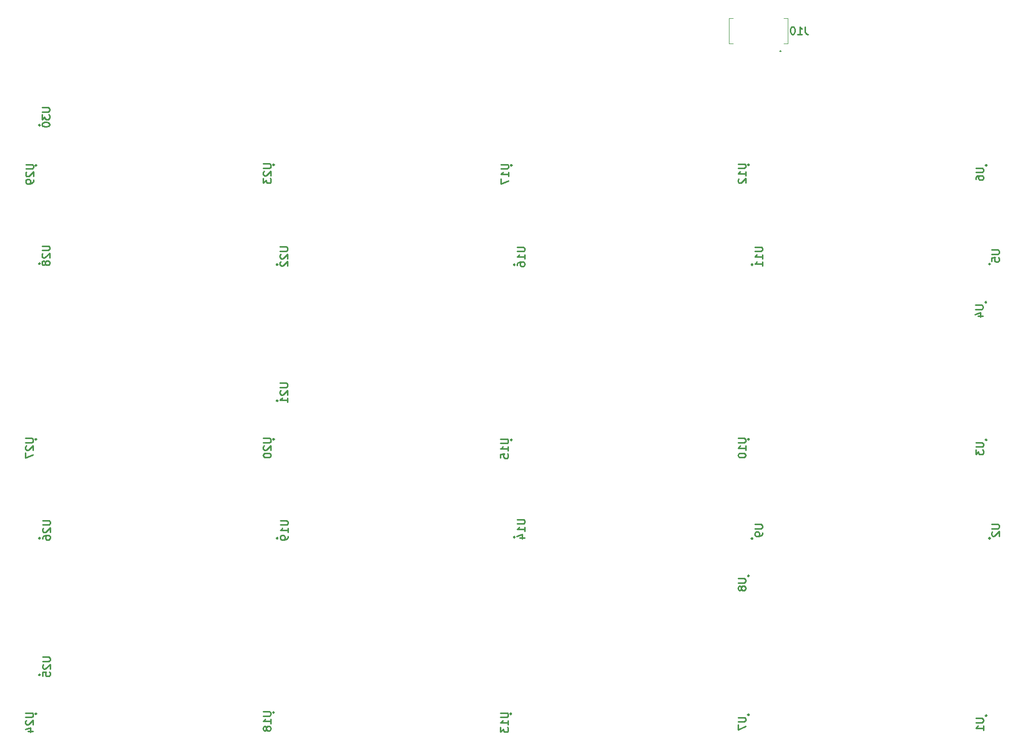
<source format=gbo>
G04 #@! TF.GenerationSoftware,KiCad,Pcbnew,8.0.0-1.fc39*
G04 #@! TF.CreationDate,2024-03-18T17:57:31+01:00*
G04 #@! TF.ProjectId,FT24-AMS-Slave_v1-VTSENS,46543234-2d41-44d5-932d-536c6176655f,rev?*
G04 #@! TF.SameCoordinates,Original*
G04 #@! TF.FileFunction,Legend,Bot*
G04 #@! TF.FilePolarity,Positive*
%FSLAX46Y46*%
G04 Gerber Fmt 4.6, Leading zero omitted, Abs format (unit mm)*
G04 Created by KiCad (PCBNEW 8.0.0-1.fc39) date 2024-03-18 17:57:31*
%MOMM*%
%LPD*%
G01*
G04 APERTURE LIST*
%ADD10C,0.254000*%
%ADD11C,0.250000*%
%ADD12C,0.100000*%
%ADD13C,0.200000*%
%ADD14R,0.300000X0.700000*%
%ADD15R,1.700000X1.000000*%
%ADD16C,1.000000*%
%ADD17R,0.550000X1.300000*%
%ADD18R,0.550000X1.400000*%
G04 APERTURE END LIST*
D10*
X107941818Y-62652618D02*
X108969913Y-62652618D01*
X108969913Y-62652618D02*
X109090865Y-62713095D01*
X109090865Y-62713095D02*
X109151342Y-62773571D01*
X109151342Y-62773571D02*
X109211818Y-62894523D01*
X109211818Y-62894523D02*
X109211818Y-63136428D01*
X109211818Y-63136428D02*
X109151342Y-63257380D01*
X109151342Y-63257380D02*
X109090865Y-63317857D01*
X109090865Y-63317857D02*
X108969913Y-63378333D01*
X108969913Y-63378333D02*
X107941818Y-63378333D01*
X108062770Y-63922618D02*
X108002294Y-63983094D01*
X108002294Y-63983094D02*
X107941818Y-64104047D01*
X107941818Y-64104047D02*
X107941818Y-64406428D01*
X107941818Y-64406428D02*
X108002294Y-64527380D01*
X108002294Y-64527380D02*
X108062770Y-64587856D01*
X108062770Y-64587856D02*
X108183722Y-64648333D01*
X108183722Y-64648333D02*
X108304675Y-64648333D01*
X108304675Y-64648333D02*
X108486103Y-64587856D01*
X108486103Y-64587856D02*
X109211818Y-63862142D01*
X109211818Y-63862142D02*
X109211818Y-64648333D01*
X108062770Y-65132142D02*
X108002294Y-65192618D01*
X108002294Y-65192618D02*
X107941818Y-65313571D01*
X107941818Y-65313571D02*
X107941818Y-65615952D01*
X107941818Y-65615952D02*
X108002294Y-65736904D01*
X108002294Y-65736904D02*
X108062770Y-65797380D01*
X108062770Y-65797380D02*
X108183722Y-65857857D01*
X108183722Y-65857857D02*
X108304675Y-65857857D01*
X108304675Y-65857857D02*
X108486103Y-65797380D01*
X108486103Y-65797380D02*
X109211818Y-65071666D01*
X109211818Y-65071666D02*
X109211818Y-65857857D01*
X187247148Y-109069878D02*
X188275243Y-109069878D01*
X188275243Y-109069878D02*
X188396195Y-109130355D01*
X188396195Y-109130355D02*
X188456672Y-109190831D01*
X188456672Y-109190831D02*
X188517148Y-109311783D01*
X188517148Y-109311783D02*
X188517148Y-109553688D01*
X188517148Y-109553688D02*
X188456672Y-109674640D01*
X188456672Y-109674640D02*
X188396195Y-109735117D01*
X188396195Y-109735117D02*
X188275243Y-109795593D01*
X188275243Y-109795593D02*
X187247148Y-109795593D01*
X188517148Y-110460831D02*
X188517148Y-110702735D01*
X188517148Y-110702735D02*
X188456672Y-110823688D01*
X188456672Y-110823688D02*
X188396195Y-110884164D01*
X188396195Y-110884164D02*
X188214767Y-111005116D01*
X188214767Y-111005116D02*
X187972862Y-111065593D01*
X187972862Y-111065593D02*
X187489052Y-111065593D01*
X187489052Y-111065593D02*
X187368100Y-111005116D01*
X187368100Y-111005116D02*
X187307624Y-110944640D01*
X187307624Y-110944640D02*
X187247148Y-110823688D01*
X187247148Y-110823688D02*
X187247148Y-110581783D01*
X187247148Y-110581783D02*
X187307624Y-110460831D01*
X187307624Y-110460831D02*
X187368100Y-110400354D01*
X187368100Y-110400354D02*
X187489052Y-110339878D01*
X187489052Y-110339878D02*
X187791433Y-110339878D01*
X187791433Y-110339878D02*
X187912386Y-110400354D01*
X187912386Y-110400354D02*
X187972862Y-110460831D01*
X187972862Y-110460831D02*
X188033338Y-110581783D01*
X188033338Y-110581783D02*
X188033338Y-110823688D01*
X188033338Y-110823688D02*
X187972862Y-110944640D01*
X187972862Y-110944640D02*
X187912386Y-111005116D01*
X187912386Y-111005116D02*
X187791433Y-111065593D01*
X147547148Y-62701698D02*
X148575243Y-62701698D01*
X148575243Y-62701698D02*
X148696195Y-62762175D01*
X148696195Y-62762175D02*
X148756672Y-62822651D01*
X148756672Y-62822651D02*
X148817148Y-62943603D01*
X148817148Y-62943603D02*
X148817148Y-63185508D01*
X148817148Y-63185508D02*
X148756672Y-63306460D01*
X148756672Y-63306460D02*
X148696195Y-63366937D01*
X148696195Y-63366937D02*
X148575243Y-63427413D01*
X148575243Y-63427413D02*
X147547148Y-63427413D01*
X148817148Y-64697413D02*
X148817148Y-63971698D01*
X148817148Y-64334555D02*
X147547148Y-64334555D01*
X147547148Y-64334555D02*
X147728576Y-64213603D01*
X147728576Y-64213603D02*
X147849529Y-64092651D01*
X147849529Y-64092651D02*
X147910005Y-63971698D01*
X147547148Y-65785984D02*
X147547148Y-65544079D01*
X147547148Y-65544079D02*
X147607624Y-65423127D01*
X147607624Y-65423127D02*
X147668100Y-65362651D01*
X147668100Y-65362651D02*
X147849529Y-65241698D01*
X147849529Y-65241698D02*
X148091433Y-65181222D01*
X148091433Y-65181222D02*
X148575243Y-65181222D01*
X148575243Y-65181222D02*
X148696195Y-65241698D01*
X148696195Y-65241698D02*
X148756672Y-65302175D01*
X148756672Y-65302175D02*
X148817148Y-65423127D01*
X148817148Y-65423127D02*
X148817148Y-65665032D01*
X148817148Y-65665032D02*
X148756672Y-65785984D01*
X148756672Y-65785984D02*
X148696195Y-65846460D01*
X148696195Y-65846460D02*
X148575243Y-65906937D01*
X148575243Y-65906937D02*
X148272862Y-65906937D01*
X148272862Y-65906937D02*
X148151910Y-65846460D01*
X148151910Y-65846460D02*
X148091433Y-65785984D01*
X148091433Y-65785984D02*
X148030957Y-65665032D01*
X148030957Y-65665032D02*
X148030957Y-65423127D01*
X148030957Y-65423127D02*
X148091433Y-65302175D01*
X148091433Y-65302175D02*
X148151910Y-65241698D01*
X148151910Y-65241698D02*
X148272862Y-65181222D01*
X68284648Y-131252618D02*
X69312743Y-131252618D01*
X69312743Y-131252618D02*
X69433695Y-131313095D01*
X69433695Y-131313095D02*
X69494172Y-131373571D01*
X69494172Y-131373571D02*
X69554648Y-131494523D01*
X69554648Y-131494523D02*
X69554648Y-131736428D01*
X69554648Y-131736428D02*
X69494172Y-131857380D01*
X69494172Y-131857380D02*
X69433695Y-131917857D01*
X69433695Y-131917857D02*
X69312743Y-131978333D01*
X69312743Y-131978333D02*
X68284648Y-131978333D01*
X68405600Y-132522618D02*
X68345124Y-132583094D01*
X68345124Y-132583094D02*
X68284648Y-132704047D01*
X68284648Y-132704047D02*
X68284648Y-133006428D01*
X68284648Y-133006428D02*
X68345124Y-133127380D01*
X68345124Y-133127380D02*
X68405600Y-133187856D01*
X68405600Y-133187856D02*
X68526552Y-133248333D01*
X68526552Y-133248333D02*
X68647505Y-133248333D01*
X68647505Y-133248333D02*
X68828933Y-133187856D01*
X68828933Y-133187856D02*
X69554648Y-132462142D01*
X69554648Y-132462142D02*
X69554648Y-133248333D01*
X68284648Y-134397380D02*
X68284648Y-133792618D01*
X68284648Y-133792618D02*
X68889410Y-133732142D01*
X68889410Y-133732142D02*
X68828933Y-133792618D01*
X68828933Y-133792618D02*
X68768457Y-133913571D01*
X68768457Y-133913571D02*
X68768457Y-134215952D01*
X68768457Y-134215952D02*
X68828933Y-134336904D01*
X68828933Y-134336904D02*
X68889410Y-134397380D01*
X68889410Y-134397380D02*
X69010362Y-134457857D01*
X69010362Y-134457857D02*
X69312743Y-134457857D01*
X69312743Y-134457857D02*
X69433695Y-134397380D01*
X69433695Y-134397380D02*
X69494172Y-134336904D01*
X69494172Y-134336904D02*
X69554648Y-134215952D01*
X69554648Y-134215952D02*
X69554648Y-133913571D01*
X69554648Y-133913571D02*
X69494172Y-133792618D01*
X69494172Y-133792618D02*
X69433695Y-133732142D01*
X147547148Y-108247288D02*
X148575243Y-108247288D01*
X148575243Y-108247288D02*
X148696195Y-108307765D01*
X148696195Y-108307765D02*
X148756672Y-108368241D01*
X148756672Y-108368241D02*
X148817148Y-108489193D01*
X148817148Y-108489193D02*
X148817148Y-108731098D01*
X148817148Y-108731098D02*
X148756672Y-108852050D01*
X148756672Y-108852050D02*
X148696195Y-108912527D01*
X148696195Y-108912527D02*
X148575243Y-108973003D01*
X148575243Y-108973003D02*
X147547148Y-108973003D01*
X148817148Y-110243003D02*
X148817148Y-109517288D01*
X148817148Y-109880145D02*
X147547148Y-109880145D01*
X147547148Y-109880145D02*
X147728576Y-109759193D01*
X147728576Y-109759193D02*
X147849529Y-109638241D01*
X147849529Y-109638241D02*
X147910005Y-109517288D01*
X147970481Y-111331574D02*
X148817148Y-111331574D01*
X147486672Y-111029193D02*
X148393814Y-110726812D01*
X148393814Y-110726812D02*
X148393814Y-111513003D01*
X226792718Y-63182380D02*
X227820813Y-63182380D01*
X227820813Y-63182380D02*
X227941765Y-63242857D01*
X227941765Y-63242857D02*
X228002242Y-63303333D01*
X228002242Y-63303333D02*
X228062718Y-63424285D01*
X228062718Y-63424285D02*
X228062718Y-63666190D01*
X228062718Y-63666190D02*
X228002242Y-63787142D01*
X228002242Y-63787142D02*
X227941765Y-63847619D01*
X227941765Y-63847619D02*
X227820813Y-63908095D01*
X227820813Y-63908095D02*
X226792718Y-63908095D01*
X226792718Y-65117618D02*
X226792718Y-64512856D01*
X226792718Y-64512856D02*
X227397480Y-64452380D01*
X227397480Y-64452380D02*
X227337003Y-64512856D01*
X227337003Y-64512856D02*
X227276527Y-64633809D01*
X227276527Y-64633809D02*
X227276527Y-64936190D01*
X227276527Y-64936190D02*
X227337003Y-65057142D01*
X227337003Y-65057142D02*
X227397480Y-65117618D01*
X227397480Y-65117618D02*
X227518432Y-65178095D01*
X227518432Y-65178095D02*
X227820813Y-65178095D01*
X227820813Y-65178095D02*
X227941765Y-65117618D01*
X227941765Y-65117618D02*
X228002242Y-65057142D01*
X228002242Y-65057142D02*
X228062718Y-64936190D01*
X228062718Y-64936190D02*
X228062718Y-64633809D01*
X228062718Y-64633809D02*
X228002242Y-64512856D01*
X228002242Y-64512856D02*
X227941765Y-64452380D01*
X224146248Y-141482380D02*
X225174343Y-141482380D01*
X225174343Y-141482380D02*
X225295295Y-141542857D01*
X225295295Y-141542857D02*
X225355772Y-141603333D01*
X225355772Y-141603333D02*
X225416248Y-141724285D01*
X225416248Y-141724285D02*
X225416248Y-141966190D01*
X225416248Y-141966190D02*
X225355772Y-142087142D01*
X225355772Y-142087142D02*
X225295295Y-142147619D01*
X225295295Y-142147619D02*
X225174343Y-142208095D01*
X225174343Y-142208095D02*
X224146248Y-142208095D01*
X225416248Y-143478095D02*
X225416248Y-142752380D01*
X225416248Y-143115237D02*
X224146248Y-143115237D01*
X224146248Y-143115237D02*
X224327676Y-142994285D01*
X224327676Y-142994285D02*
X224448629Y-142873333D01*
X224448629Y-142873333D02*
X224509105Y-142752380D01*
X105146248Y-48777618D02*
X106174343Y-48777618D01*
X106174343Y-48777618D02*
X106295295Y-48838095D01*
X106295295Y-48838095D02*
X106355772Y-48898571D01*
X106355772Y-48898571D02*
X106416248Y-49019523D01*
X106416248Y-49019523D02*
X106416248Y-49261428D01*
X106416248Y-49261428D02*
X106355772Y-49382380D01*
X106355772Y-49382380D02*
X106295295Y-49442857D01*
X106295295Y-49442857D02*
X106174343Y-49503333D01*
X106174343Y-49503333D02*
X105146248Y-49503333D01*
X105267200Y-50047618D02*
X105206724Y-50108094D01*
X105206724Y-50108094D02*
X105146248Y-50229047D01*
X105146248Y-50229047D02*
X105146248Y-50531428D01*
X105146248Y-50531428D02*
X105206724Y-50652380D01*
X105206724Y-50652380D02*
X105267200Y-50712856D01*
X105267200Y-50712856D02*
X105388152Y-50773333D01*
X105388152Y-50773333D02*
X105509105Y-50773333D01*
X105509105Y-50773333D02*
X105690533Y-50712856D01*
X105690533Y-50712856D02*
X106416248Y-49987142D01*
X106416248Y-49987142D02*
X106416248Y-50773333D01*
X105146248Y-51196666D02*
X105146248Y-51982857D01*
X105146248Y-51982857D02*
X105630057Y-51559523D01*
X105630057Y-51559523D02*
X105630057Y-51740952D01*
X105630057Y-51740952D02*
X105690533Y-51861904D01*
X105690533Y-51861904D02*
X105751010Y-51922380D01*
X105751010Y-51922380D02*
X105871962Y-51982857D01*
X105871962Y-51982857D02*
X106174343Y-51982857D01*
X106174343Y-51982857D02*
X106295295Y-51922380D01*
X106295295Y-51922380D02*
X106355772Y-51861904D01*
X106355772Y-51861904D02*
X106416248Y-51740952D01*
X106416248Y-51740952D02*
X106416248Y-51378095D01*
X106416248Y-51378095D02*
X106355772Y-51257142D01*
X106355772Y-51257142D02*
X106295295Y-51196666D01*
X144846248Y-48877618D02*
X145874343Y-48877618D01*
X145874343Y-48877618D02*
X145995295Y-48938095D01*
X145995295Y-48938095D02*
X146055772Y-48998571D01*
X146055772Y-48998571D02*
X146116248Y-49119523D01*
X146116248Y-49119523D02*
X146116248Y-49361428D01*
X146116248Y-49361428D02*
X146055772Y-49482380D01*
X146055772Y-49482380D02*
X145995295Y-49542857D01*
X145995295Y-49542857D02*
X145874343Y-49603333D01*
X145874343Y-49603333D02*
X144846248Y-49603333D01*
X146116248Y-50873333D02*
X146116248Y-50147618D01*
X146116248Y-50510475D02*
X144846248Y-50510475D01*
X144846248Y-50510475D02*
X145027676Y-50389523D01*
X145027676Y-50389523D02*
X145148629Y-50268571D01*
X145148629Y-50268571D02*
X145209105Y-50147618D01*
X144846248Y-51296666D02*
X144846248Y-52143333D01*
X144846248Y-52143333D02*
X146116248Y-51599047D01*
X144784648Y-140577618D02*
X145812743Y-140577618D01*
X145812743Y-140577618D02*
X145933695Y-140638095D01*
X145933695Y-140638095D02*
X145994172Y-140698571D01*
X145994172Y-140698571D02*
X146054648Y-140819523D01*
X146054648Y-140819523D02*
X146054648Y-141061428D01*
X146054648Y-141061428D02*
X145994172Y-141182380D01*
X145994172Y-141182380D02*
X145933695Y-141242857D01*
X145933695Y-141242857D02*
X145812743Y-141303333D01*
X145812743Y-141303333D02*
X144784648Y-141303333D01*
X146054648Y-142573333D02*
X146054648Y-141847618D01*
X146054648Y-142210475D02*
X144784648Y-142210475D01*
X144784648Y-142210475D02*
X144966076Y-142089523D01*
X144966076Y-142089523D02*
X145087029Y-141968571D01*
X145087029Y-141968571D02*
X145147505Y-141847618D01*
X144784648Y-142996666D02*
X144784648Y-143782857D01*
X144784648Y-143782857D02*
X145268457Y-143359523D01*
X145268457Y-143359523D02*
X145268457Y-143540952D01*
X145268457Y-143540952D02*
X145328933Y-143661904D01*
X145328933Y-143661904D02*
X145389410Y-143722380D01*
X145389410Y-143722380D02*
X145510362Y-143782857D01*
X145510362Y-143782857D02*
X145812743Y-143782857D01*
X145812743Y-143782857D02*
X145933695Y-143722380D01*
X145933695Y-143722380D02*
X145994172Y-143661904D01*
X145994172Y-143661904D02*
X146054648Y-143540952D01*
X146054648Y-143540952D02*
X146054648Y-143178095D01*
X146054648Y-143178095D02*
X145994172Y-143057142D01*
X145994172Y-143057142D02*
X145933695Y-142996666D01*
X224146248Y-95382380D02*
X225174343Y-95382380D01*
X225174343Y-95382380D02*
X225295295Y-95442857D01*
X225295295Y-95442857D02*
X225355772Y-95503333D01*
X225355772Y-95503333D02*
X225416248Y-95624285D01*
X225416248Y-95624285D02*
X225416248Y-95866190D01*
X225416248Y-95866190D02*
X225355772Y-95987142D01*
X225355772Y-95987142D02*
X225295295Y-96047619D01*
X225295295Y-96047619D02*
X225174343Y-96108095D01*
X225174343Y-96108095D02*
X224146248Y-96108095D01*
X224146248Y-96591904D02*
X224146248Y-97378095D01*
X224146248Y-97378095D02*
X224630057Y-96954761D01*
X224630057Y-96954761D02*
X224630057Y-97136190D01*
X224630057Y-97136190D02*
X224690533Y-97257142D01*
X224690533Y-97257142D02*
X224751010Y-97317618D01*
X224751010Y-97317618D02*
X224871962Y-97378095D01*
X224871962Y-97378095D02*
X225174343Y-97378095D01*
X225174343Y-97378095D02*
X225295295Y-97317618D01*
X225295295Y-97317618D02*
X225355772Y-97257142D01*
X225355772Y-97257142D02*
X225416248Y-97136190D01*
X225416248Y-97136190D02*
X225416248Y-96773333D01*
X225416248Y-96773333D02*
X225355772Y-96652380D01*
X225355772Y-96652380D02*
X225295295Y-96591904D01*
X187247148Y-62677618D02*
X188275243Y-62677618D01*
X188275243Y-62677618D02*
X188396195Y-62738095D01*
X188396195Y-62738095D02*
X188456672Y-62798571D01*
X188456672Y-62798571D02*
X188517148Y-62919523D01*
X188517148Y-62919523D02*
X188517148Y-63161428D01*
X188517148Y-63161428D02*
X188456672Y-63282380D01*
X188456672Y-63282380D02*
X188396195Y-63342857D01*
X188396195Y-63342857D02*
X188275243Y-63403333D01*
X188275243Y-63403333D02*
X187247148Y-63403333D01*
X188517148Y-64673333D02*
X188517148Y-63947618D01*
X188517148Y-64310475D02*
X187247148Y-64310475D01*
X187247148Y-64310475D02*
X187428576Y-64189523D01*
X187428576Y-64189523D02*
X187549529Y-64068571D01*
X187549529Y-64068571D02*
X187610005Y-63947618D01*
X188517148Y-65882857D02*
X188517148Y-65157142D01*
X188517148Y-65519999D02*
X187247148Y-65519999D01*
X187247148Y-65519999D02*
X187428576Y-65399047D01*
X187428576Y-65399047D02*
X187549529Y-65278095D01*
X187549529Y-65278095D02*
X187610005Y-65157142D01*
X144784648Y-94777618D02*
X145812743Y-94777618D01*
X145812743Y-94777618D02*
X145933695Y-94838095D01*
X145933695Y-94838095D02*
X145994172Y-94898571D01*
X145994172Y-94898571D02*
X146054648Y-95019523D01*
X146054648Y-95019523D02*
X146054648Y-95261428D01*
X146054648Y-95261428D02*
X145994172Y-95382380D01*
X145994172Y-95382380D02*
X145933695Y-95442857D01*
X145933695Y-95442857D02*
X145812743Y-95503333D01*
X145812743Y-95503333D02*
X144784648Y-95503333D01*
X146054648Y-96773333D02*
X146054648Y-96047618D01*
X146054648Y-96410475D02*
X144784648Y-96410475D01*
X144784648Y-96410475D02*
X144966076Y-96289523D01*
X144966076Y-96289523D02*
X145087029Y-96168571D01*
X145087029Y-96168571D02*
X145147505Y-96047618D01*
X144784648Y-97922380D02*
X144784648Y-97317618D01*
X144784648Y-97317618D02*
X145389410Y-97257142D01*
X145389410Y-97257142D02*
X145328933Y-97317618D01*
X145328933Y-97317618D02*
X145268457Y-97438571D01*
X145268457Y-97438571D02*
X145268457Y-97740952D01*
X145268457Y-97740952D02*
X145328933Y-97861904D01*
X145328933Y-97861904D02*
X145389410Y-97922380D01*
X145389410Y-97922380D02*
X145510362Y-97982857D01*
X145510362Y-97982857D02*
X145812743Y-97982857D01*
X145812743Y-97982857D02*
X145933695Y-97922380D01*
X145933695Y-97922380D02*
X145994172Y-97861904D01*
X145994172Y-97861904D02*
X146054648Y-97740952D01*
X146054648Y-97740952D02*
X146054648Y-97438571D01*
X146054648Y-97438571D02*
X145994172Y-97317618D01*
X145994172Y-97317618D02*
X145933695Y-97257142D01*
X184446248Y-141332380D02*
X185474343Y-141332380D01*
X185474343Y-141332380D02*
X185595295Y-141392857D01*
X185595295Y-141392857D02*
X185655772Y-141453333D01*
X185655772Y-141453333D02*
X185716248Y-141574285D01*
X185716248Y-141574285D02*
X185716248Y-141816190D01*
X185716248Y-141816190D02*
X185655772Y-141937142D01*
X185655772Y-141937142D02*
X185595295Y-141997619D01*
X185595295Y-141997619D02*
X185474343Y-142058095D01*
X185474343Y-142058095D02*
X184446248Y-142058095D01*
X184446248Y-142541904D02*
X184446248Y-143388571D01*
X184446248Y-143388571D02*
X185716248Y-142844285D01*
X224096248Y-72382380D02*
X225124343Y-72382380D01*
X225124343Y-72382380D02*
X225245295Y-72442857D01*
X225245295Y-72442857D02*
X225305772Y-72503333D01*
X225305772Y-72503333D02*
X225366248Y-72624285D01*
X225366248Y-72624285D02*
X225366248Y-72866190D01*
X225366248Y-72866190D02*
X225305772Y-72987142D01*
X225305772Y-72987142D02*
X225245295Y-73047619D01*
X225245295Y-73047619D02*
X225124343Y-73108095D01*
X225124343Y-73108095D02*
X224096248Y-73108095D01*
X224519581Y-74257142D02*
X225366248Y-74257142D01*
X224035772Y-73954761D02*
X224942914Y-73652380D01*
X224942914Y-73652380D02*
X224942914Y-74438571D01*
X107947148Y-85427618D02*
X108975243Y-85427618D01*
X108975243Y-85427618D02*
X109096195Y-85488095D01*
X109096195Y-85488095D02*
X109156672Y-85548571D01*
X109156672Y-85548571D02*
X109217148Y-85669523D01*
X109217148Y-85669523D02*
X109217148Y-85911428D01*
X109217148Y-85911428D02*
X109156672Y-86032380D01*
X109156672Y-86032380D02*
X109096195Y-86092857D01*
X109096195Y-86092857D02*
X108975243Y-86153333D01*
X108975243Y-86153333D02*
X107947148Y-86153333D01*
X108068100Y-86697618D02*
X108007624Y-86758094D01*
X108007624Y-86758094D02*
X107947148Y-86879047D01*
X107947148Y-86879047D02*
X107947148Y-87181428D01*
X107947148Y-87181428D02*
X108007624Y-87302380D01*
X108007624Y-87302380D02*
X108068100Y-87362856D01*
X108068100Y-87362856D02*
X108189052Y-87423333D01*
X108189052Y-87423333D02*
X108310005Y-87423333D01*
X108310005Y-87423333D02*
X108491433Y-87362856D01*
X108491433Y-87362856D02*
X109217148Y-86637142D01*
X109217148Y-86637142D02*
X109217148Y-87423333D01*
X109217148Y-88632857D02*
X109217148Y-87907142D01*
X109217148Y-88269999D02*
X107947148Y-88269999D01*
X107947148Y-88269999D02*
X108128576Y-88149047D01*
X108128576Y-88149047D02*
X108249529Y-88028095D01*
X108249529Y-88028095D02*
X108310005Y-87907142D01*
X65446248Y-140577618D02*
X66474343Y-140577618D01*
X66474343Y-140577618D02*
X66595295Y-140638095D01*
X66595295Y-140638095D02*
X66655772Y-140698571D01*
X66655772Y-140698571D02*
X66716248Y-140819523D01*
X66716248Y-140819523D02*
X66716248Y-141061428D01*
X66716248Y-141061428D02*
X66655772Y-141182380D01*
X66655772Y-141182380D02*
X66595295Y-141242857D01*
X66595295Y-141242857D02*
X66474343Y-141303333D01*
X66474343Y-141303333D02*
X65446248Y-141303333D01*
X65567200Y-141847618D02*
X65506724Y-141908094D01*
X65506724Y-141908094D02*
X65446248Y-142029047D01*
X65446248Y-142029047D02*
X65446248Y-142331428D01*
X65446248Y-142331428D02*
X65506724Y-142452380D01*
X65506724Y-142452380D02*
X65567200Y-142512856D01*
X65567200Y-142512856D02*
X65688152Y-142573333D01*
X65688152Y-142573333D02*
X65809105Y-142573333D01*
X65809105Y-142573333D02*
X65990533Y-142512856D01*
X65990533Y-142512856D02*
X66716248Y-141787142D01*
X66716248Y-141787142D02*
X66716248Y-142573333D01*
X65869581Y-143661904D02*
X66716248Y-143661904D01*
X65385772Y-143359523D02*
X66292914Y-143057142D01*
X66292914Y-143057142D02*
X66292914Y-143843333D01*
X68184648Y-62515135D02*
X69212743Y-62515135D01*
X69212743Y-62515135D02*
X69333695Y-62575612D01*
X69333695Y-62575612D02*
X69394172Y-62636088D01*
X69394172Y-62636088D02*
X69454648Y-62757040D01*
X69454648Y-62757040D02*
X69454648Y-62998945D01*
X69454648Y-62998945D02*
X69394172Y-63119897D01*
X69394172Y-63119897D02*
X69333695Y-63180374D01*
X69333695Y-63180374D02*
X69212743Y-63240850D01*
X69212743Y-63240850D02*
X68184648Y-63240850D01*
X68305600Y-63785135D02*
X68245124Y-63845611D01*
X68245124Y-63845611D02*
X68184648Y-63966564D01*
X68184648Y-63966564D02*
X68184648Y-64268945D01*
X68184648Y-64268945D02*
X68245124Y-64389897D01*
X68245124Y-64389897D02*
X68305600Y-64450373D01*
X68305600Y-64450373D02*
X68426552Y-64510850D01*
X68426552Y-64510850D02*
X68547505Y-64510850D01*
X68547505Y-64510850D02*
X68728933Y-64450373D01*
X68728933Y-64450373D02*
X69454648Y-63724659D01*
X69454648Y-63724659D02*
X69454648Y-64510850D01*
X68728933Y-65236564D02*
X68668457Y-65115612D01*
X68668457Y-65115612D02*
X68607981Y-65055135D01*
X68607981Y-65055135D02*
X68487029Y-64994659D01*
X68487029Y-64994659D02*
X68426552Y-64994659D01*
X68426552Y-64994659D02*
X68305600Y-65055135D01*
X68305600Y-65055135D02*
X68245124Y-65115612D01*
X68245124Y-65115612D02*
X68184648Y-65236564D01*
X68184648Y-65236564D02*
X68184648Y-65478469D01*
X68184648Y-65478469D02*
X68245124Y-65599421D01*
X68245124Y-65599421D02*
X68305600Y-65659897D01*
X68305600Y-65659897D02*
X68426552Y-65720374D01*
X68426552Y-65720374D02*
X68487029Y-65720374D01*
X68487029Y-65720374D02*
X68607981Y-65659897D01*
X68607981Y-65659897D02*
X68668457Y-65599421D01*
X68668457Y-65599421D02*
X68728933Y-65478469D01*
X68728933Y-65478469D02*
X68728933Y-65236564D01*
X68728933Y-65236564D02*
X68789410Y-65115612D01*
X68789410Y-65115612D02*
X68849886Y-65055135D01*
X68849886Y-65055135D02*
X68970838Y-64994659D01*
X68970838Y-64994659D02*
X69212743Y-64994659D01*
X69212743Y-64994659D02*
X69333695Y-65055135D01*
X69333695Y-65055135D02*
X69394172Y-65115612D01*
X69394172Y-65115612D02*
X69454648Y-65236564D01*
X69454648Y-65236564D02*
X69454648Y-65478469D01*
X69454648Y-65478469D02*
X69394172Y-65599421D01*
X69394172Y-65599421D02*
X69333695Y-65659897D01*
X69333695Y-65659897D02*
X69212743Y-65720374D01*
X69212743Y-65720374D02*
X68970838Y-65720374D01*
X68970838Y-65720374D02*
X68849886Y-65659897D01*
X68849886Y-65659897D02*
X68789410Y-65599421D01*
X68789410Y-65599421D02*
X68728933Y-65478469D01*
X68284648Y-108410892D02*
X69312743Y-108410892D01*
X69312743Y-108410892D02*
X69433695Y-108471369D01*
X69433695Y-108471369D02*
X69494172Y-108531845D01*
X69494172Y-108531845D02*
X69554648Y-108652797D01*
X69554648Y-108652797D02*
X69554648Y-108894702D01*
X69554648Y-108894702D02*
X69494172Y-109015654D01*
X69494172Y-109015654D02*
X69433695Y-109076131D01*
X69433695Y-109076131D02*
X69312743Y-109136607D01*
X69312743Y-109136607D02*
X68284648Y-109136607D01*
X68405600Y-109680892D02*
X68345124Y-109741368D01*
X68345124Y-109741368D02*
X68284648Y-109862321D01*
X68284648Y-109862321D02*
X68284648Y-110164702D01*
X68284648Y-110164702D02*
X68345124Y-110285654D01*
X68345124Y-110285654D02*
X68405600Y-110346130D01*
X68405600Y-110346130D02*
X68526552Y-110406607D01*
X68526552Y-110406607D02*
X68647505Y-110406607D01*
X68647505Y-110406607D02*
X68828933Y-110346130D01*
X68828933Y-110346130D02*
X69554648Y-109620416D01*
X69554648Y-109620416D02*
X69554648Y-110406607D01*
X68284648Y-111495178D02*
X68284648Y-111253273D01*
X68284648Y-111253273D02*
X68345124Y-111132321D01*
X68345124Y-111132321D02*
X68405600Y-111071845D01*
X68405600Y-111071845D02*
X68587029Y-110950892D01*
X68587029Y-110950892D02*
X68828933Y-110890416D01*
X68828933Y-110890416D02*
X69312743Y-110890416D01*
X69312743Y-110890416D02*
X69433695Y-110950892D01*
X69433695Y-110950892D02*
X69494172Y-111011369D01*
X69494172Y-111011369D02*
X69554648Y-111132321D01*
X69554648Y-111132321D02*
X69554648Y-111374226D01*
X69554648Y-111374226D02*
X69494172Y-111495178D01*
X69494172Y-111495178D02*
X69433695Y-111555654D01*
X69433695Y-111555654D02*
X69312743Y-111616131D01*
X69312743Y-111616131D02*
X69010362Y-111616131D01*
X69010362Y-111616131D02*
X68889410Y-111555654D01*
X68889410Y-111555654D02*
X68828933Y-111495178D01*
X68828933Y-111495178D02*
X68768457Y-111374226D01*
X68768457Y-111374226D02*
X68768457Y-111132321D01*
X68768457Y-111132321D02*
X68828933Y-111011369D01*
X68828933Y-111011369D02*
X68889410Y-110950892D01*
X68889410Y-110950892D02*
X69010362Y-110890416D01*
X68184648Y-39357948D02*
X69212743Y-39357948D01*
X69212743Y-39357948D02*
X69333695Y-39418425D01*
X69333695Y-39418425D02*
X69394172Y-39478901D01*
X69394172Y-39478901D02*
X69454648Y-39599853D01*
X69454648Y-39599853D02*
X69454648Y-39841758D01*
X69454648Y-39841758D02*
X69394172Y-39962710D01*
X69394172Y-39962710D02*
X69333695Y-40023187D01*
X69333695Y-40023187D02*
X69212743Y-40083663D01*
X69212743Y-40083663D02*
X68184648Y-40083663D01*
X68184648Y-40567472D02*
X68184648Y-41353663D01*
X68184648Y-41353663D02*
X68668457Y-40930329D01*
X68668457Y-40930329D02*
X68668457Y-41111758D01*
X68668457Y-41111758D02*
X68728933Y-41232710D01*
X68728933Y-41232710D02*
X68789410Y-41293186D01*
X68789410Y-41293186D02*
X68910362Y-41353663D01*
X68910362Y-41353663D02*
X69212743Y-41353663D01*
X69212743Y-41353663D02*
X69333695Y-41293186D01*
X69333695Y-41293186D02*
X69394172Y-41232710D01*
X69394172Y-41232710D02*
X69454648Y-41111758D01*
X69454648Y-41111758D02*
X69454648Y-40748901D01*
X69454648Y-40748901D02*
X69394172Y-40627948D01*
X69394172Y-40627948D02*
X69333695Y-40567472D01*
X68184648Y-42139853D02*
X68184648Y-42260806D01*
X68184648Y-42260806D02*
X68245124Y-42381758D01*
X68245124Y-42381758D02*
X68305600Y-42442234D01*
X68305600Y-42442234D02*
X68426552Y-42502710D01*
X68426552Y-42502710D02*
X68668457Y-42563187D01*
X68668457Y-42563187D02*
X68970838Y-42563187D01*
X68970838Y-42563187D02*
X69212743Y-42502710D01*
X69212743Y-42502710D02*
X69333695Y-42442234D01*
X69333695Y-42442234D02*
X69394172Y-42381758D01*
X69394172Y-42381758D02*
X69454648Y-42260806D01*
X69454648Y-42260806D02*
X69454648Y-42139853D01*
X69454648Y-42139853D02*
X69394172Y-42018901D01*
X69394172Y-42018901D02*
X69333695Y-41958425D01*
X69333695Y-41958425D02*
X69212743Y-41897948D01*
X69212743Y-41897948D02*
X68970838Y-41837472D01*
X68970838Y-41837472D02*
X68668457Y-41837472D01*
X68668457Y-41837472D02*
X68426552Y-41897948D01*
X68426552Y-41897948D02*
X68305600Y-41958425D01*
X68305600Y-41958425D02*
X68245124Y-42018901D01*
X68245124Y-42018901D02*
X68184648Y-42139853D01*
X65484648Y-48888278D02*
X66512743Y-48888278D01*
X66512743Y-48888278D02*
X66633695Y-48948755D01*
X66633695Y-48948755D02*
X66694172Y-49009231D01*
X66694172Y-49009231D02*
X66754648Y-49130183D01*
X66754648Y-49130183D02*
X66754648Y-49372088D01*
X66754648Y-49372088D02*
X66694172Y-49493040D01*
X66694172Y-49493040D02*
X66633695Y-49553517D01*
X66633695Y-49553517D02*
X66512743Y-49613993D01*
X66512743Y-49613993D02*
X65484648Y-49613993D01*
X65605600Y-50158278D02*
X65545124Y-50218754D01*
X65545124Y-50218754D02*
X65484648Y-50339707D01*
X65484648Y-50339707D02*
X65484648Y-50642088D01*
X65484648Y-50642088D02*
X65545124Y-50763040D01*
X65545124Y-50763040D02*
X65605600Y-50823516D01*
X65605600Y-50823516D02*
X65726552Y-50883993D01*
X65726552Y-50883993D02*
X65847505Y-50883993D01*
X65847505Y-50883993D02*
X66028933Y-50823516D01*
X66028933Y-50823516D02*
X66754648Y-50097802D01*
X66754648Y-50097802D02*
X66754648Y-50883993D01*
X66754648Y-51488755D02*
X66754648Y-51730659D01*
X66754648Y-51730659D02*
X66694172Y-51851612D01*
X66694172Y-51851612D02*
X66633695Y-51912088D01*
X66633695Y-51912088D02*
X66452267Y-52033040D01*
X66452267Y-52033040D02*
X66210362Y-52093517D01*
X66210362Y-52093517D02*
X65726552Y-52093517D01*
X65726552Y-52093517D02*
X65605600Y-52033040D01*
X65605600Y-52033040D02*
X65545124Y-51972564D01*
X65545124Y-51972564D02*
X65484648Y-51851612D01*
X65484648Y-51851612D02*
X65484648Y-51609707D01*
X65484648Y-51609707D02*
X65545124Y-51488755D01*
X65545124Y-51488755D02*
X65605600Y-51428278D01*
X65605600Y-51428278D02*
X65726552Y-51367802D01*
X65726552Y-51367802D02*
X66028933Y-51367802D01*
X66028933Y-51367802D02*
X66149886Y-51428278D01*
X66149886Y-51428278D02*
X66210362Y-51488755D01*
X66210362Y-51488755D02*
X66270838Y-51609707D01*
X66270838Y-51609707D02*
X66270838Y-51851612D01*
X66270838Y-51851612D02*
X66210362Y-51972564D01*
X66210362Y-51972564D02*
X66149886Y-52033040D01*
X66149886Y-52033040D02*
X66028933Y-52093517D01*
X65446248Y-94677618D02*
X66474343Y-94677618D01*
X66474343Y-94677618D02*
X66595295Y-94738095D01*
X66595295Y-94738095D02*
X66655772Y-94798571D01*
X66655772Y-94798571D02*
X66716248Y-94919523D01*
X66716248Y-94919523D02*
X66716248Y-95161428D01*
X66716248Y-95161428D02*
X66655772Y-95282380D01*
X66655772Y-95282380D02*
X66595295Y-95342857D01*
X66595295Y-95342857D02*
X66474343Y-95403333D01*
X66474343Y-95403333D02*
X65446248Y-95403333D01*
X65567200Y-95947618D02*
X65506724Y-96008094D01*
X65506724Y-96008094D02*
X65446248Y-96129047D01*
X65446248Y-96129047D02*
X65446248Y-96431428D01*
X65446248Y-96431428D02*
X65506724Y-96552380D01*
X65506724Y-96552380D02*
X65567200Y-96612856D01*
X65567200Y-96612856D02*
X65688152Y-96673333D01*
X65688152Y-96673333D02*
X65809105Y-96673333D01*
X65809105Y-96673333D02*
X65990533Y-96612856D01*
X65990533Y-96612856D02*
X66716248Y-95887142D01*
X66716248Y-95887142D02*
X66716248Y-96673333D01*
X65446248Y-97096666D02*
X65446248Y-97943333D01*
X65446248Y-97943333D02*
X66716248Y-97399047D01*
X184446248Y-118107380D02*
X185474343Y-118107380D01*
X185474343Y-118107380D02*
X185595295Y-118167857D01*
X185595295Y-118167857D02*
X185655772Y-118228333D01*
X185655772Y-118228333D02*
X185716248Y-118349285D01*
X185716248Y-118349285D02*
X185716248Y-118591190D01*
X185716248Y-118591190D02*
X185655772Y-118712142D01*
X185655772Y-118712142D02*
X185595295Y-118772619D01*
X185595295Y-118772619D02*
X185474343Y-118833095D01*
X185474343Y-118833095D02*
X184446248Y-118833095D01*
X184990533Y-119619285D02*
X184930057Y-119498333D01*
X184930057Y-119498333D02*
X184869581Y-119437856D01*
X184869581Y-119437856D02*
X184748629Y-119377380D01*
X184748629Y-119377380D02*
X184688152Y-119377380D01*
X184688152Y-119377380D02*
X184567200Y-119437856D01*
X184567200Y-119437856D02*
X184506724Y-119498333D01*
X184506724Y-119498333D02*
X184446248Y-119619285D01*
X184446248Y-119619285D02*
X184446248Y-119861190D01*
X184446248Y-119861190D02*
X184506724Y-119982142D01*
X184506724Y-119982142D02*
X184567200Y-120042618D01*
X184567200Y-120042618D02*
X184688152Y-120103095D01*
X184688152Y-120103095D02*
X184748629Y-120103095D01*
X184748629Y-120103095D02*
X184869581Y-120042618D01*
X184869581Y-120042618D02*
X184930057Y-119982142D01*
X184930057Y-119982142D02*
X184990533Y-119861190D01*
X184990533Y-119861190D02*
X184990533Y-119619285D01*
X184990533Y-119619285D02*
X185051010Y-119498333D01*
X185051010Y-119498333D02*
X185111486Y-119437856D01*
X185111486Y-119437856D02*
X185232438Y-119377380D01*
X185232438Y-119377380D02*
X185474343Y-119377380D01*
X185474343Y-119377380D02*
X185595295Y-119437856D01*
X185595295Y-119437856D02*
X185655772Y-119498333D01*
X185655772Y-119498333D02*
X185716248Y-119619285D01*
X185716248Y-119619285D02*
X185716248Y-119861190D01*
X185716248Y-119861190D02*
X185655772Y-119982142D01*
X185655772Y-119982142D02*
X185595295Y-120042618D01*
X185595295Y-120042618D02*
X185474343Y-120103095D01*
X185474343Y-120103095D02*
X185232438Y-120103095D01*
X185232438Y-120103095D02*
X185111486Y-120042618D01*
X185111486Y-120042618D02*
X185051010Y-119982142D01*
X185051010Y-119982142D02*
X184990533Y-119861190D01*
X184446248Y-48790118D02*
X185474343Y-48790118D01*
X185474343Y-48790118D02*
X185595295Y-48850595D01*
X185595295Y-48850595D02*
X185655772Y-48911071D01*
X185655772Y-48911071D02*
X185716248Y-49032023D01*
X185716248Y-49032023D02*
X185716248Y-49273928D01*
X185716248Y-49273928D02*
X185655772Y-49394880D01*
X185655772Y-49394880D02*
X185595295Y-49455357D01*
X185595295Y-49455357D02*
X185474343Y-49515833D01*
X185474343Y-49515833D02*
X184446248Y-49515833D01*
X185716248Y-50785833D02*
X185716248Y-50060118D01*
X185716248Y-50422975D02*
X184446248Y-50422975D01*
X184446248Y-50422975D02*
X184627676Y-50302023D01*
X184627676Y-50302023D02*
X184748629Y-50181071D01*
X184748629Y-50181071D02*
X184809105Y-50060118D01*
X184567200Y-51269642D02*
X184506724Y-51330118D01*
X184506724Y-51330118D02*
X184446248Y-51451071D01*
X184446248Y-51451071D02*
X184446248Y-51753452D01*
X184446248Y-51753452D02*
X184506724Y-51874404D01*
X184506724Y-51874404D02*
X184567200Y-51934880D01*
X184567200Y-51934880D02*
X184688152Y-51995357D01*
X184688152Y-51995357D02*
X184809105Y-51995357D01*
X184809105Y-51995357D02*
X184990533Y-51934880D01*
X184990533Y-51934880D02*
X185716248Y-51209166D01*
X185716248Y-51209166D02*
X185716248Y-51995357D01*
X195668094Y-25854318D02*
X195668094Y-26761461D01*
X195668094Y-26761461D02*
X195728571Y-26942889D01*
X195728571Y-26942889D02*
X195849523Y-27063842D01*
X195849523Y-27063842D02*
X196030952Y-27124318D01*
X196030952Y-27124318D02*
X196151904Y-27124318D01*
X194398094Y-27124318D02*
X195123809Y-27124318D01*
X194760952Y-27124318D02*
X194760952Y-25854318D01*
X194760952Y-25854318D02*
X194881904Y-26035746D01*
X194881904Y-26035746D02*
X195002856Y-26156699D01*
X195002856Y-26156699D02*
X195123809Y-26217175D01*
X193611904Y-25854318D02*
X193490951Y-25854318D01*
X193490951Y-25854318D02*
X193369999Y-25914794D01*
X193369999Y-25914794D02*
X193309523Y-25975270D01*
X193309523Y-25975270D02*
X193249047Y-26096222D01*
X193249047Y-26096222D02*
X193188570Y-26338127D01*
X193188570Y-26338127D02*
X193188570Y-26640508D01*
X193188570Y-26640508D02*
X193249047Y-26882413D01*
X193249047Y-26882413D02*
X193309523Y-27003365D01*
X193309523Y-27003365D02*
X193369999Y-27063842D01*
X193369999Y-27063842D02*
X193490951Y-27124318D01*
X193490951Y-27124318D02*
X193611904Y-27124318D01*
X193611904Y-27124318D02*
X193732856Y-27063842D01*
X193732856Y-27063842D02*
X193793332Y-27003365D01*
X193793332Y-27003365D02*
X193853809Y-26882413D01*
X193853809Y-26882413D02*
X193914285Y-26640508D01*
X193914285Y-26640508D02*
X193914285Y-26338127D01*
X193914285Y-26338127D02*
X193853809Y-26096222D01*
X193853809Y-26096222D02*
X193793332Y-25975270D01*
X193793332Y-25975270D02*
X193732856Y-25914794D01*
X193732856Y-25914794D02*
X193611904Y-25854318D01*
X184446248Y-94677618D02*
X185474343Y-94677618D01*
X185474343Y-94677618D02*
X185595295Y-94738095D01*
X185595295Y-94738095D02*
X185655772Y-94798571D01*
X185655772Y-94798571D02*
X185716248Y-94919523D01*
X185716248Y-94919523D02*
X185716248Y-95161428D01*
X185716248Y-95161428D02*
X185655772Y-95282380D01*
X185655772Y-95282380D02*
X185595295Y-95342857D01*
X185595295Y-95342857D02*
X185474343Y-95403333D01*
X185474343Y-95403333D02*
X184446248Y-95403333D01*
X185716248Y-96673333D02*
X185716248Y-95947618D01*
X185716248Y-96310475D02*
X184446248Y-96310475D01*
X184446248Y-96310475D02*
X184627676Y-96189523D01*
X184627676Y-96189523D02*
X184748629Y-96068571D01*
X184748629Y-96068571D02*
X184809105Y-95947618D01*
X184446248Y-97459523D02*
X184446248Y-97580476D01*
X184446248Y-97580476D02*
X184506724Y-97701428D01*
X184506724Y-97701428D02*
X184567200Y-97761904D01*
X184567200Y-97761904D02*
X184688152Y-97822380D01*
X184688152Y-97822380D02*
X184930057Y-97882857D01*
X184930057Y-97882857D02*
X185232438Y-97882857D01*
X185232438Y-97882857D02*
X185474343Y-97822380D01*
X185474343Y-97822380D02*
X185595295Y-97761904D01*
X185595295Y-97761904D02*
X185655772Y-97701428D01*
X185655772Y-97701428D02*
X185716248Y-97580476D01*
X185716248Y-97580476D02*
X185716248Y-97459523D01*
X185716248Y-97459523D02*
X185655772Y-97338571D01*
X185655772Y-97338571D02*
X185595295Y-97278095D01*
X185595295Y-97278095D02*
X185474343Y-97217618D01*
X185474343Y-97217618D02*
X185232438Y-97157142D01*
X185232438Y-97157142D02*
X184930057Y-97157142D01*
X184930057Y-97157142D02*
X184688152Y-97217618D01*
X184688152Y-97217618D02*
X184567200Y-97278095D01*
X184567200Y-97278095D02*
X184506724Y-97338571D01*
X184506724Y-97338571D02*
X184446248Y-97459523D01*
X224146248Y-49482380D02*
X225174343Y-49482380D01*
X225174343Y-49482380D02*
X225295295Y-49542857D01*
X225295295Y-49542857D02*
X225355772Y-49603333D01*
X225355772Y-49603333D02*
X225416248Y-49724285D01*
X225416248Y-49724285D02*
X225416248Y-49966190D01*
X225416248Y-49966190D02*
X225355772Y-50087142D01*
X225355772Y-50087142D02*
X225295295Y-50147619D01*
X225295295Y-50147619D02*
X225174343Y-50208095D01*
X225174343Y-50208095D02*
X224146248Y-50208095D01*
X224146248Y-51357142D02*
X224146248Y-51115237D01*
X224146248Y-51115237D02*
X224206724Y-50994285D01*
X224206724Y-50994285D02*
X224267200Y-50933809D01*
X224267200Y-50933809D02*
X224448629Y-50812856D01*
X224448629Y-50812856D02*
X224690533Y-50752380D01*
X224690533Y-50752380D02*
X225174343Y-50752380D01*
X225174343Y-50752380D02*
X225295295Y-50812856D01*
X225295295Y-50812856D02*
X225355772Y-50873333D01*
X225355772Y-50873333D02*
X225416248Y-50994285D01*
X225416248Y-50994285D02*
X225416248Y-51236190D01*
X225416248Y-51236190D02*
X225355772Y-51357142D01*
X225355772Y-51357142D02*
X225295295Y-51417618D01*
X225295295Y-51417618D02*
X225174343Y-51478095D01*
X225174343Y-51478095D02*
X224871962Y-51478095D01*
X224871962Y-51478095D02*
X224751010Y-51417618D01*
X224751010Y-51417618D02*
X224690533Y-51357142D01*
X224690533Y-51357142D02*
X224630057Y-51236190D01*
X224630057Y-51236190D02*
X224630057Y-50994285D01*
X224630057Y-50994285D02*
X224690533Y-50873333D01*
X224690533Y-50873333D02*
X224751010Y-50812856D01*
X224751010Y-50812856D02*
X224871962Y-50752380D01*
X105146248Y-94677618D02*
X106174343Y-94677618D01*
X106174343Y-94677618D02*
X106295295Y-94738095D01*
X106295295Y-94738095D02*
X106355772Y-94798571D01*
X106355772Y-94798571D02*
X106416248Y-94919523D01*
X106416248Y-94919523D02*
X106416248Y-95161428D01*
X106416248Y-95161428D02*
X106355772Y-95282380D01*
X106355772Y-95282380D02*
X106295295Y-95342857D01*
X106295295Y-95342857D02*
X106174343Y-95403333D01*
X106174343Y-95403333D02*
X105146248Y-95403333D01*
X105267200Y-95947618D02*
X105206724Y-96008094D01*
X105206724Y-96008094D02*
X105146248Y-96129047D01*
X105146248Y-96129047D02*
X105146248Y-96431428D01*
X105146248Y-96431428D02*
X105206724Y-96552380D01*
X105206724Y-96552380D02*
X105267200Y-96612856D01*
X105267200Y-96612856D02*
X105388152Y-96673333D01*
X105388152Y-96673333D02*
X105509105Y-96673333D01*
X105509105Y-96673333D02*
X105690533Y-96612856D01*
X105690533Y-96612856D02*
X106416248Y-95887142D01*
X106416248Y-95887142D02*
X106416248Y-96673333D01*
X105146248Y-97459523D02*
X105146248Y-97580476D01*
X105146248Y-97580476D02*
X105206724Y-97701428D01*
X105206724Y-97701428D02*
X105267200Y-97761904D01*
X105267200Y-97761904D02*
X105388152Y-97822380D01*
X105388152Y-97822380D02*
X105630057Y-97882857D01*
X105630057Y-97882857D02*
X105932438Y-97882857D01*
X105932438Y-97882857D02*
X106174343Y-97822380D01*
X106174343Y-97822380D02*
X106295295Y-97761904D01*
X106295295Y-97761904D02*
X106355772Y-97701428D01*
X106355772Y-97701428D02*
X106416248Y-97580476D01*
X106416248Y-97580476D02*
X106416248Y-97459523D01*
X106416248Y-97459523D02*
X106355772Y-97338571D01*
X106355772Y-97338571D02*
X106295295Y-97278095D01*
X106295295Y-97278095D02*
X106174343Y-97217618D01*
X106174343Y-97217618D02*
X105932438Y-97157142D01*
X105932438Y-97157142D02*
X105630057Y-97157142D01*
X105630057Y-97157142D02*
X105388152Y-97217618D01*
X105388152Y-97217618D02*
X105267200Y-97278095D01*
X105267200Y-97278095D02*
X105206724Y-97338571D01*
X105206724Y-97338571D02*
X105146248Y-97459523D01*
X107984648Y-108427625D02*
X109012743Y-108427625D01*
X109012743Y-108427625D02*
X109133695Y-108488102D01*
X109133695Y-108488102D02*
X109194172Y-108548578D01*
X109194172Y-108548578D02*
X109254648Y-108669530D01*
X109254648Y-108669530D02*
X109254648Y-108911435D01*
X109254648Y-108911435D02*
X109194172Y-109032387D01*
X109194172Y-109032387D02*
X109133695Y-109092864D01*
X109133695Y-109092864D02*
X109012743Y-109153340D01*
X109012743Y-109153340D02*
X107984648Y-109153340D01*
X109254648Y-110423340D02*
X109254648Y-109697625D01*
X109254648Y-110060482D02*
X107984648Y-110060482D01*
X107984648Y-110060482D02*
X108166076Y-109939530D01*
X108166076Y-109939530D02*
X108287029Y-109818578D01*
X108287029Y-109818578D02*
X108347505Y-109697625D01*
X109254648Y-111028102D02*
X109254648Y-111270006D01*
X109254648Y-111270006D02*
X109194172Y-111390959D01*
X109194172Y-111390959D02*
X109133695Y-111451435D01*
X109133695Y-111451435D02*
X108952267Y-111572387D01*
X108952267Y-111572387D02*
X108710362Y-111632864D01*
X108710362Y-111632864D02*
X108226552Y-111632864D01*
X108226552Y-111632864D02*
X108105600Y-111572387D01*
X108105600Y-111572387D02*
X108045124Y-111511911D01*
X108045124Y-111511911D02*
X107984648Y-111390959D01*
X107984648Y-111390959D02*
X107984648Y-111149054D01*
X107984648Y-111149054D02*
X108045124Y-111028102D01*
X108045124Y-111028102D02*
X108105600Y-110967625D01*
X108105600Y-110967625D02*
X108226552Y-110907149D01*
X108226552Y-110907149D02*
X108528933Y-110907149D01*
X108528933Y-110907149D02*
X108649886Y-110967625D01*
X108649886Y-110967625D02*
X108710362Y-111028102D01*
X108710362Y-111028102D02*
X108770838Y-111149054D01*
X108770838Y-111149054D02*
X108770838Y-111390959D01*
X108770838Y-111390959D02*
X108710362Y-111511911D01*
X108710362Y-111511911D02*
X108649886Y-111572387D01*
X108649886Y-111572387D02*
X108528933Y-111632864D01*
X226792718Y-109032380D02*
X227820813Y-109032380D01*
X227820813Y-109032380D02*
X227941765Y-109092857D01*
X227941765Y-109092857D02*
X228002242Y-109153333D01*
X228002242Y-109153333D02*
X228062718Y-109274285D01*
X228062718Y-109274285D02*
X228062718Y-109516190D01*
X228062718Y-109516190D02*
X228002242Y-109637142D01*
X228002242Y-109637142D02*
X227941765Y-109697619D01*
X227941765Y-109697619D02*
X227820813Y-109758095D01*
X227820813Y-109758095D02*
X226792718Y-109758095D01*
X226913670Y-110302380D02*
X226853194Y-110362856D01*
X226853194Y-110362856D02*
X226792718Y-110483809D01*
X226792718Y-110483809D02*
X226792718Y-110786190D01*
X226792718Y-110786190D02*
X226853194Y-110907142D01*
X226853194Y-110907142D02*
X226913670Y-110967618D01*
X226913670Y-110967618D02*
X227034622Y-111028095D01*
X227034622Y-111028095D02*
X227155575Y-111028095D01*
X227155575Y-111028095D02*
X227337003Y-110967618D01*
X227337003Y-110967618D02*
X228062718Y-110241904D01*
X228062718Y-110241904D02*
X228062718Y-111028095D01*
X105129215Y-140352618D02*
X106157310Y-140352618D01*
X106157310Y-140352618D02*
X106278262Y-140413095D01*
X106278262Y-140413095D02*
X106338739Y-140473571D01*
X106338739Y-140473571D02*
X106399215Y-140594523D01*
X106399215Y-140594523D02*
X106399215Y-140836428D01*
X106399215Y-140836428D02*
X106338739Y-140957380D01*
X106338739Y-140957380D02*
X106278262Y-141017857D01*
X106278262Y-141017857D02*
X106157310Y-141078333D01*
X106157310Y-141078333D02*
X105129215Y-141078333D01*
X106399215Y-142348333D02*
X106399215Y-141622618D01*
X106399215Y-141985475D02*
X105129215Y-141985475D01*
X105129215Y-141985475D02*
X105310643Y-141864523D01*
X105310643Y-141864523D02*
X105431596Y-141743571D01*
X105431596Y-141743571D02*
X105492072Y-141622618D01*
X105673500Y-143074047D02*
X105613024Y-142953095D01*
X105613024Y-142953095D02*
X105552548Y-142892618D01*
X105552548Y-142892618D02*
X105431596Y-142832142D01*
X105431596Y-142832142D02*
X105371119Y-142832142D01*
X105371119Y-142832142D02*
X105250167Y-142892618D01*
X105250167Y-142892618D02*
X105189691Y-142953095D01*
X105189691Y-142953095D02*
X105129215Y-143074047D01*
X105129215Y-143074047D02*
X105129215Y-143315952D01*
X105129215Y-143315952D02*
X105189691Y-143436904D01*
X105189691Y-143436904D02*
X105250167Y-143497380D01*
X105250167Y-143497380D02*
X105371119Y-143557857D01*
X105371119Y-143557857D02*
X105431596Y-143557857D01*
X105431596Y-143557857D02*
X105552548Y-143497380D01*
X105552548Y-143497380D02*
X105613024Y-143436904D01*
X105613024Y-143436904D02*
X105673500Y-143315952D01*
X105673500Y-143315952D02*
X105673500Y-143074047D01*
X105673500Y-143074047D02*
X105733977Y-142953095D01*
X105733977Y-142953095D02*
X105794453Y-142892618D01*
X105794453Y-142892618D02*
X105915405Y-142832142D01*
X105915405Y-142832142D02*
X106157310Y-142832142D01*
X106157310Y-142832142D02*
X106278262Y-142892618D01*
X106278262Y-142892618D02*
X106338739Y-142953095D01*
X106338739Y-142953095D02*
X106399215Y-143074047D01*
X106399215Y-143074047D02*
X106399215Y-143315952D01*
X106399215Y-143315952D02*
X106338739Y-143436904D01*
X106338739Y-143436904D02*
X106278262Y-143497380D01*
X106278262Y-143497380D02*
X106157310Y-143557857D01*
X106157310Y-143557857D02*
X105915405Y-143557857D01*
X105915405Y-143557857D02*
X105794453Y-143497380D01*
X105794453Y-143497380D02*
X105733977Y-143436904D01*
X105733977Y-143436904D02*
X105673500Y-143315952D01*
D11*
X107600000Y-65625000D02*
G75*
G02*
X107350000Y-65625000I-125000J0D01*
G01*
X107350000Y-65625000D02*
G75*
G02*
X107600000Y-65625000I125000J0D01*
G01*
X186905330Y-111437498D02*
G75*
G02*
X186655330Y-111437498I-125000J0D01*
G01*
X186655330Y-111437498D02*
G75*
G02*
X186905330Y-111437498I125000J0D01*
G01*
X147205330Y-65674080D02*
G75*
G02*
X146955330Y-65674080I-125000J0D01*
G01*
X146955330Y-65674080D02*
G75*
G02*
X147205330Y-65674080I125000J0D01*
G01*
X67905330Y-134225000D02*
G75*
G02*
X67655330Y-134225000I-125000J0D01*
G01*
X67655330Y-134225000D02*
G75*
G02*
X67905330Y-134225000I125000J0D01*
G01*
X147205330Y-111219670D02*
G75*
G02*
X146955330Y-111219670I-125000J0D01*
G01*
X146955330Y-111219670D02*
G75*
G02*
X147205330Y-111219670I125000J0D01*
G01*
X226575000Y-65550000D02*
G75*
G02*
X226325000Y-65550000I-125000J0D01*
G01*
X226325000Y-65550000D02*
G75*
G02*
X226575000Y-65550000I125000J0D01*
G01*
X226005330Y-141050000D02*
G75*
G02*
X225755330Y-141050000I-125000J0D01*
G01*
X225755330Y-141050000D02*
G75*
G02*
X226005330Y-141050000I125000J0D01*
G01*
X107005330Y-48950000D02*
G75*
G02*
X106755330Y-48950000I-125000J0D01*
G01*
X106755330Y-48950000D02*
G75*
G02*
X107005330Y-48950000I125000J0D01*
G01*
X146705330Y-49050000D02*
G75*
G02*
X146455330Y-49050000I-125000J0D01*
G01*
X146455330Y-49050000D02*
G75*
G02*
X146705330Y-49050000I125000J0D01*
G01*
X146605330Y-140750000D02*
G75*
G02*
X146355330Y-140750000I-125000J0D01*
G01*
X146355330Y-140750000D02*
G75*
G02*
X146605330Y-140750000I125000J0D01*
G01*
X226005330Y-94950000D02*
G75*
G02*
X225755330Y-94950000I-125000J0D01*
G01*
X225755330Y-94950000D02*
G75*
G02*
X226005330Y-94950000I125000J0D01*
G01*
X186905330Y-65650000D02*
G75*
G02*
X186655330Y-65650000I-125000J0D01*
G01*
X186655330Y-65650000D02*
G75*
G02*
X186905330Y-65650000I125000J0D01*
G01*
X146705330Y-94950000D02*
G75*
G02*
X146455330Y-94950000I-125000J0D01*
G01*
X146455330Y-94950000D02*
G75*
G02*
X146705330Y-94950000I125000J0D01*
G01*
X186305330Y-140900000D02*
G75*
G02*
X186055330Y-140900000I-125000J0D01*
G01*
X186055330Y-140900000D02*
G75*
G02*
X186305330Y-140900000I125000J0D01*
G01*
X225955330Y-71950000D02*
G75*
G02*
X225705330Y-71950000I-125000J0D01*
G01*
X225705330Y-71950000D02*
G75*
G02*
X225955330Y-71950000I125000J0D01*
G01*
X107605330Y-88400000D02*
G75*
G02*
X107355330Y-88400000I-125000J0D01*
G01*
X107355330Y-88400000D02*
G75*
G02*
X107605330Y-88400000I125000J0D01*
G01*
X67305330Y-140750000D02*
G75*
G02*
X67055330Y-140750000I-125000J0D01*
G01*
X67055330Y-140750000D02*
G75*
G02*
X67305330Y-140750000I125000J0D01*
G01*
X67905330Y-65487517D02*
G75*
G02*
X67655330Y-65487517I-125000J0D01*
G01*
X67655330Y-65487517D02*
G75*
G02*
X67905330Y-65487517I125000J0D01*
G01*
X67905330Y-111383274D02*
G75*
G02*
X67655330Y-111383274I-125000J0D01*
G01*
X67655330Y-111383274D02*
G75*
G02*
X67905330Y-111383274I125000J0D01*
G01*
X67905330Y-42330330D02*
G75*
G02*
X67655330Y-42330330I-125000J0D01*
G01*
X67655330Y-42330330D02*
G75*
G02*
X67905330Y-42330330I125000J0D01*
G01*
X67305330Y-49060660D02*
G75*
G02*
X67055330Y-49060660I-125000J0D01*
G01*
X67055330Y-49060660D02*
G75*
G02*
X67305330Y-49060660I125000J0D01*
G01*
X67305330Y-94850000D02*
G75*
G02*
X67055330Y-94850000I-125000J0D01*
G01*
X67055330Y-94850000D02*
G75*
G02*
X67305330Y-94850000I125000J0D01*
G01*
X186305330Y-117675000D02*
G75*
G02*
X186055330Y-117675000I-125000J0D01*
G01*
X186055330Y-117675000D02*
G75*
G02*
X186305330Y-117675000I125000J0D01*
G01*
X186305330Y-48962500D02*
G75*
G02*
X186055330Y-48962500I-125000J0D01*
G01*
X186055330Y-48962500D02*
G75*
G02*
X186305330Y-48962500I125000J0D01*
G01*
D12*
X182940000Y-24450000D02*
X182940000Y-28650000D01*
X182940000Y-28650000D02*
X183040000Y-28650000D01*
X183040000Y-28650000D02*
X183640000Y-28650000D01*
X183640000Y-24450000D02*
X182940000Y-24450000D01*
D13*
X191440000Y-29950000D02*
X191440000Y-29950000D01*
X191640000Y-29950000D02*
X191640000Y-29950000D01*
D12*
X192040000Y-24450000D02*
X192740000Y-24450000D01*
X192640000Y-28650000D02*
X192040000Y-28650000D01*
X192740000Y-24450000D02*
X192740000Y-28650000D01*
X192740000Y-28650000D02*
X192640000Y-28650000D01*
D13*
X191440000Y-29950000D02*
G75*
G02*
X191640000Y-29950000I100000J0D01*
G01*
X191640000Y-29950000D02*
G75*
G02*
X191440000Y-29950000I-100000J0D01*
G01*
D11*
X186305330Y-94850000D02*
G75*
G02*
X186055330Y-94850000I-125000J0D01*
G01*
X186055330Y-94850000D02*
G75*
G02*
X186305330Y-94850000I125000J0D01*
G01*
X226005330Y-49050000D02*
G75*
G02*
X225755330Y-49050000I-125000J0D01*
G01*
X225755330Y-49050000D02*
G75*
G02*
X226005330Y-49050000I125000J0D01*
G01*
X107005330Y-94850000D02*
G75*
G02*
X106755330Y-94850000I-125000J0D01*
G01*
X106755330Y-94850000D02*
G75*
G02*
X107005330Y-94850000I125000J0D01*
G01*
X107605330Y-111400007D02*
G75*
G02*
X107355330Y-111400007I-125000J0D01*
G01*
X107355330Y-111400007D02*
G75*
G02*
X107605330Y-111400007I125000J0D01*
G01*
X226575000Y-111400000D02*
G75*
G02*
X226325000Y-111400000I-125000J0D01*
G01*
X226325000Y-111400000D02*
G75*
G02*
X226575000Y-111400000I125000J0D01*
G01*
X106988297Y-140525000D02*
G75*
G02*
X106738297Y-140525000I-125000J0D01*
G01*
X106738297Y-140525000D02*
G75*
G02*
X106988297Y-140525000I125000J0D01*
G01*
%LPC*%
D14*
X106825000Y-65275000D03*
X106325000Y-65275000D03*
X105825000Y-65275000D03*
X105325000Y-65275000D03*
X105325000Y-63175000D03*
X105825000Y-63175000D03*
X106325000Y-63175000D03*
X106825000Y-63175000D03*
D15*
X106075000Y-64225000D03*
D14*
X186130330Y-111087498D03*
X185630330Y-111087498D03*
X185130330Y-111087498D03*
X184630330Y-111087498D03*
X184630330Y-108987498D03*
X185130330Y-108987498D03*
X185630330Y-108987498D03*
X186130330Y-108987498D03*
D15*
X185380330Y-110037498D03*
D14*
X146430330Y-65324080D03*
X145930330Y-65324080D03*
X145430330Y-65324080D03*
X144930330Y-65324080D03*
X144930330Y-63224080D03*
X145430330Y-63224080D03*
X145930330Y-63224080D03*
X146430330Y-63224080D03*
D15*
X145680330Y-64274080D03*
D14*
X67130330Y-133875000D03*
X66630330Y-133875000D03*
X66130330Y-133875000D03*
X65630330Y-133875000D03*
X65630330Y-131775000D03*
X66130330Y-131775000D03*
X66630330Y-131775000D03*
X67130330Y-131775000D03*
D15*
X66380330Y-132825000D03*
D14*
X146430330Y-110869670D03*
X145930330Y-110869670D03*
X145430330Y-110869670D03*
X144930330Y-110869670D03*
X144930330Y-108769670D03*
X145430330Y-108769670D03*
X145930330Y-108769670D03*
X146430330Y-108769670D03*
D15*
X145680330Y-109819670D03*
D14*
X225800000Y-65200000D03*
X225300000Y-65200000D03*
X224800000Y-65200000D03*
X224300000Y-65200000D03*
X224300000Y-63100000D03*
X224800000Y-63100000D03*
X225300000Y-63100000D03*
X225800000Y-63100000D03*
D15*
X225050000Y-64150000D03*
D14*
X226530330Y-141400000D03*
X227030330Y-141400000D03*
X227530330Y-141400000D03*
X228030330Y-141400000D03*
X228030330Y-143500000D03*
X227530330Y-143500000D03*
X227030330Y-143500000D03*
X226530330Y-143500000D03*
D15*
X227280330Y-142450000D03*
D14*
X107530330Y-49300000D03*
X108030330Y-49300000D03*
X108530330Y-49300000D03*
X109030330Y-49300000D03*
X109030330Y-51400000D03*
X108530330Y-51400000D03*
X108030330Y-51400000D03*
X107530330Y-51400000D03*
D15*
X108280330Y-50350000D03*
D14*
X147230330Y-49400000D03*
X147730330Y-49400000D03*
X148230330Y-49400000D03*
X148730330Y-49400000D03*
X148730330Y-51500000D03*
X148230330Y-51500000D03*
X147730330Y-51500000D03*
X147230330Y-51500000D03*
D15*
X147980330Y-50450000D03*
D16*
X227000000Y-156600000D03*
D14*
X147130330Y-141100000D03*
X147630330Y-141100000D03*
X148130330Y-141100000D03*
X148630330Y-141100000D03*
X148630330Y-143200000D03*
X148130330Y-143200000D03*
X147630330Y-143200000D03*
X147130330Y-143200000D03*
D15*
X147880330Y-142150000D03*
D14*
X226530330Y-95300000D03*
X227030330Y-95300000D03*
X227530330Y-95300000D03*
X228030330Y-95300000D03*
X228030330Y-97400000D03*
X227530330Y-97400000D03*
X227030330Y-97400000D03*
X226530330Y-97400000D03*
D15*
X227280330Y-96350000D03*
D14*
X186130330Y-65300000D03*
X185630330Y-65300000D03*
X185130330Y-65300000D03*
X184630330Y-65300000D03*
X184630330Y-63200000D03*
X185130330Y-63200000D03*
X185630330Y-63200000D03*
X186130330Y-63200000D03*
D15*
X185380330Y-64250000D03*
D14*
X147230330Y-95300000D03*
X147730330Y-95300000D03*
X148230330Y-95300000D03*
X148730330Y-95300000D03*
X148730330Y-97400000D03*
X148230330Y-97400000D03*
X147730330Y-97400000D03*
X147230330Y-97400000D03*
D15*
X147980330Y-96350000D03*
D14*
X186830330Y-141250000D03*
X187330330Y-141250000D03*
X187830330Y-141250000D03*
X188330330Y-141250000D03*
X188330330Y-143350000D03*
X187830330Y-143350000D03*
X187330330Y-143350000D03*
X186830330Y-143350000D03*
D15*
X187580330Y-142300000D03*
D16*
X66800000Y-156600000D03*
D14*
X226480330Y-72300000D03*
X226980330Y-72300000D03*
X227480330Y-72300000D03*
X227980330Y-72300000D03*
X227980330Y-74400000D03*
X227480330Y-74400000D03*
X226980330Y-74400000D03*
X226480330Y-74400000D03*
D15*
X227230330Y-73350000D03*
D14*
X106830330Y-88050000D03*
X106330330Y-88050000D03*
X105830330Y-88050000D03*
X105330330Y-88050000D03*
X105330330Y-85950000D03*
X105830330Y-85950000D03*
X106330330Y-85950000D03*
X106830330Y-85950000D03*
D15*
X106080330Y-87000000D03*
D14*
X67830330Y-141100000D03*
X68330330Y-141100000D03*
X68830330Y-141100000D03*
X69330330Y-141100000D03*
X69330330Y-143200000D03*
X68830330Y-143200000D03*
X68330330Y-143200000D03*
X67830330Y-143200000D03*
D15*
X68580330Y-142150000D03*
D14*
X67130330Y-65137517D03*
X66630330Y-65137517D03*
X66130330Y-65137517D03*
X65630330Y-65137517D03*
X65630330Y-63037517D03*
X66130330Y-63037517D03*
X66630330Y-63037517D03*
X67130330Y-63037517D03*
D15*
X66380330Y-64087517D03*
D14*
X67130330Y-111033274D03*
X66630330Y-111033274D03*
X66130330Y-111033274D03*
X65630330Y-111033274D03*
X65630330Y-108933274D03*
X66130330Y-108933274D03*
X66630330Y-108933274D03*
X67130330Y-108933274D03*
D15*
X66380330Y-109983274D03*
D14*
X67130330Y-41980330D03*
X66630330Y-41980330D03*
X66130330Y-41980330D03*
X65630330Y-41980330D03*
X65630330Y-39880330D03*
X66130330Y-39880330D03*
X66630330Y-39880330D03*
X67130330Y-39880330D03*
D15*
X66380330Y-40930330D03*
D14*
X67830330Y-49410660D03*
X68330330Y-49410660D03*
X68830330Y-49410660D03*
X69330330Y-49410660D03*
X69330330Y-51510660D03*
X68830330Y-51510660D03*
X68330330Y-51510660D03*
X67830330Y-51510660D03*
D15*
X68580330Y-50460660D03*
D14*
X67830330Y-95200000D03*
X68330330Y-95200000D03*
X68830330Y-95200000D03*
X69330330Y-95200000D03*
X69330330Y-97300000D03*
X68830330Y-97300000D03*
X68330330Y-97300000D03*
X67830330Y-97300000D03*
D15*
X68580330Y-96250000D03*
D14*
X186830330Y-118025000D03*
X187330330Y-118025000D03*
X187830330Y-118025000D03*
X188330330Y-118025000D03*
X188330330Y-120125000D03*
X187830330Y-120125000D03*
X187330330Y-120125000D03*
X186830330Y-120125000D03*
D15*
X187580330Y-119075000D03*
D16*
X66600000Y-26600000D03*
D14*
X186830330Y-49312500D03*
X187330330Y-49312500D03*
X187830330Y-49312500D03*
X188330330Y-49312500D03*
X188330330Y-51412500D03*
X187830330Y-51412500D03*
X187330330Y-51412500D03*
X186830330Y-51412500D03*
D15*
X187580330Y-50362500D03*
D17*
X191440000Y-28825000D03*
D18*
X191440000Y-24275000D03*
D17*
X190640000Y-28825000D03*
D18*
X190640000Y-24275000D03*
D17*
X189840000Y-28825000D03*
D18*
X189840000Y-24275000D03*
D17*
X189040000Y-28825000D03*
D18*
X189040000Y-24275000D03*
D17*
X188240000Y-28825000D03*
D18*
X188240000Y-24275000D03*
D17*
X187440000Y-28825000D03*
D18*
X187440000Y-24275000D03*
D17*
X186640000Y-28825000D03*
D18*
X186640000Y-24275000D03*
D17*
X185840000Y-28825000D03*
D18*
X185840000Y-24275000D03*
D17*
X185040000Y-28825000D03*
D18*
X185040000Y-24275000D03*
D17*
X184240000Y-28825000D03*
D18*
X184240000Y-24275000D03*
D14*
X186830330Y-95200000D03*
X187330330Y-95200000D03*
X187830330Y-95200000D03*
X188330330Y-95200000D03*
X188330330Y-97300000D03*
X187830330Y-97300000D03*
X187330330Y-97300000D03*
X186830330Y-97300000D03*
D15*
X187580330Y-96250000D03*
D16*
X227000000Y-26600000D03*
D14*
X226530330Y-49400000D03*
X227030330Y-49400000D03*
X227530330Y-49400000D03*
X228030330Y-49400000D03*
X228030330Y-51500000D03*
X227530330Y-51500000D03*
X227030330Y-51500000D03*
X226530330Y-51500000D03*
D15*
X227280330Y-50450000D03*
D14*
X107530330Y-95200000D03*
X108030330Y-95200000D03*
X108530330Y-95200000D03*
X109030330Y-95200000D03*
X109030330Y-97300000D03*
X108530330Y-97300000D03*
X108030330Y-97300000D03*
X107530330Y-97300000D03*
D15*
X108280330Y-96250000D03*
D14*
X106830330Y-111050007D03*
X106330330Y-111050007D03*
X105830330Y-111050007D03*
X105330330Y-111050007D03*
X105330330Y-108950007D03*
X105830330Y-108950007D03*
X106330330Y-108950007D03*
X106830330Y-108950007D03*
D15*
X106080330Y-110000007D03*
D14*
X225800000Y-111050000D03*
X225300000Y-111050000D03*
X224800000Y-111050000D03*
X224300000Y-111050000D03*
X224300000Y-108950000D03*
X224800000Y-108950000D03*
X225300000Y-108950000D03*
X225800000Y-108950000D03*
D15*
X225050000Y-110000000D03*
D14*
X107513297Y-140875000D03*
X108013297Y-140875000D03*
X108513297Y-140875000D03*
X109013297Y-140875000D03*
X109013297Y-142975000D03*
X108513297Y-142975000D03*
X108013297Y-142975000D03*
X107513297Y-142975000D03*
D15*
X108263297Y-141925000D03*
%LPD*%
M02*

</source>
